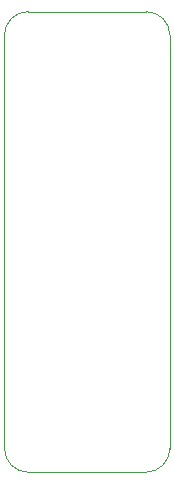
<source format=gbr>
G04 #@! TF.GenerationSoftware,KiCad,Pcbnew,8.0.3*
G04 #@! TF.CreationDate,2024-06-16T14:55:05-05:00*
G04 #@! TF.ProjectId,Power Button Board,506f7765-7220-4427-9574-746f6e20426f,rev?*
G04 #@! TF.SameCoordinates,Original*
G04 #@! TF.FileFunction,Profile,NP*
%FSLAX46Y46*%
G04 Gerber Fmt 4.6, Leading zero omitted, Abs format (unit mm)*
G04 Created by KiCad (PCBNEW 8.0.3) date 2024-06-16 14:55:05*
%MOMM*%
%LPD*%
G01*
G04 APERTURE LIST*
G04 #@! TA.AperFunction,Profile*
%ADD10C,0.050000*%
G04 #@! TD*
G04 APERTURE END LIST*
D10*
X140500000Y-129500000D02*
X150500000Y-129500000D01*
X150500000Y-90500000D02*
G75*
G02*
X152500000Y-92500000I0J-2000000D01*
G01*
X150500000Y-90500000D02*
X140500000Y-90500000D01*
X138500000Y-92500000D02*
X138500000Y-127500000D01*
X140500000Y-129500000D02*
G75*
G02*
X138500000Y-127500000I0J2000000D01*
G01*
X138500000Y-92500000D02*
G75*
G02*
X140500000Y-90500000I2000000J0D01*
G01*
X152500000Y-127500000D02*
G75*
G02*
X150500000Y-129500000I-2000000J0D01*
G01*
X152500000Y-127500000D02*
X152500000Y-92500000D01*
M02*

</source>
